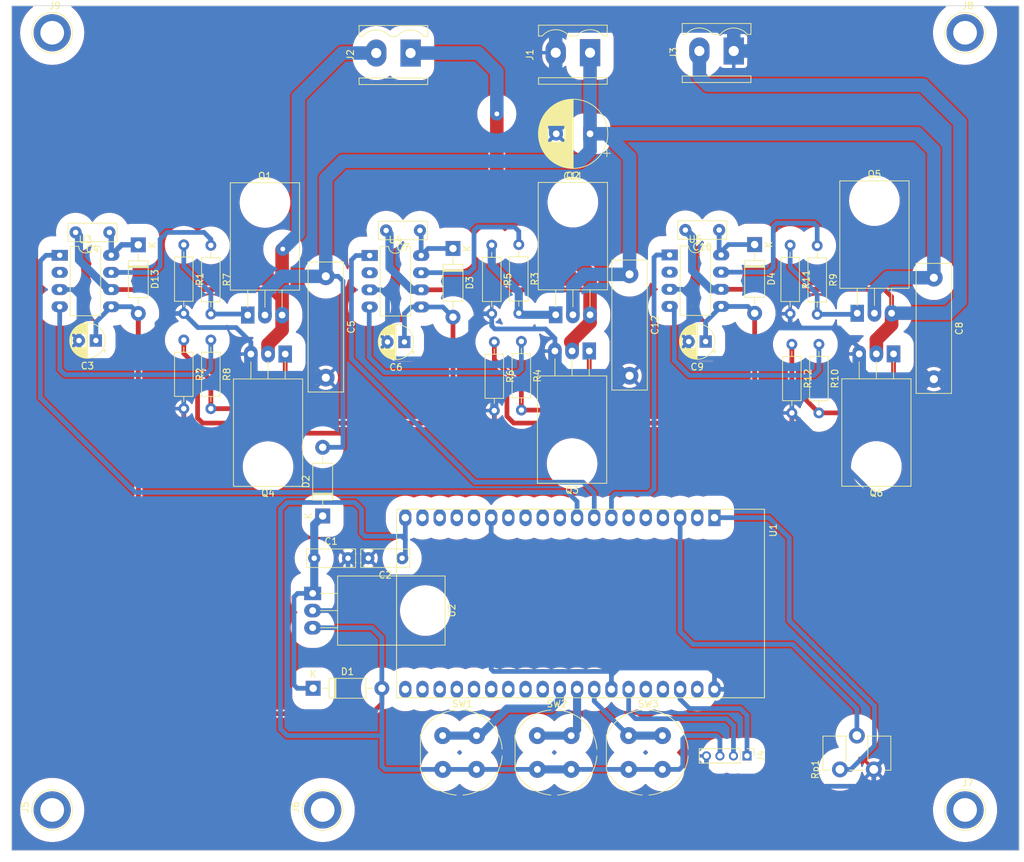
<source format=kicad_pcb>
(kicad_pcb (version 20221018) (generator pcbnew)
  (layers (0 "F.Cu" signal) (31 "B.Cu" signal) (34 "B.Paste" user) (35 "F.Paste" user) (36 "B.SilkS" user "B.Silkscreen") (37 "F.SilkS" user "F.Silkscreen") (38 "B.Mask" user) (39 "F.Mask" user) (44 "Edge.Cuts" user))
  (net 0 "")
  (net 1 "Net-(D1-K)")
  (net 2 "GND")
  (net 3 "+5V")
  (net 4 "+12V")
  (net 5 "Net-(D3-K)")
  (net 6 "Transistor1")
  (net 7 "Net-(D4-K)")
  (net 8 "Transistor4")
  (net 9 "Transistor5")
  (net 10 "Net-(D13-K)")
  (net 11 "Transistor2")
  (net 12 "Transistor3")
  (net 13 "Transistor6")
  (net 14 "PHASE1")
  (net 15 "PHASE2")
  (net 16 "PHASE3")
  (net 17 "+3.3V")
  (net 18 "POTAR")
  (net 37 "Net-(Q1-G)")
  (net 38 "Net-(Q2-G)")
  (net 39 "Net-(Q3-G)")
  (net 40 "Net-(Q4-G)")
  (net 41 "Net-(Q5-G)")
  (net 42 "Net-(Q6-G)")
  (net 43 "Net-(U4-HO)")
  (net 44 "Net-(U4-LO)")
  (net 45 "Net-(U3-HO)")
  (net 46 "Net-(U3-LO)")
  (net 47 "Net-(U5-HO)")
  (net 48 "Net-(U5-LO)")
  (net 55 "SCL")
  (net 56 "SDA")
  (net 57 "BP1")
  (net 58 "BP2")
  (net 59 "BP3")
  (footprint "Diode_THT:D_DO-41_SOD81_P10.16mm_Horizontal" (layer "F.Cu") (at 74.73 47.38 -90)
    (fp_text reference "D13")
    (fp_text value "1N400X")
  )
  (footprint "FootprintGamelGe2_v6:Mounting_Screw_3mm" (layer "F.Cu") (at 197 16)
    (fp_text reference "J8")
    (fp_text value "Mounting_Screw_3mm")
  )
  (footprint "FootprintGamelGe2_v6:SW_PUSH_5mm_green" (layer "F.Cu") (at 133.75 120)
    (fp_text reference "SW2")
    (fp_text value "SW_Push_green")
  )
  (footprint "Diode_THT:D_DO-41_SOD81_P10.16mm_Horizontal" (layer "F.Cu") (at 102 87.5 90)
    (fp_text reference "D2")
    (fp_text value "1N400X")
  )
  (footprint "Diode_THT:D_DO-41_SOD81_P10.16mm_Horizontal" (layer "F.Cu") (at 121.27 47.92 -90)
    (fp_text reference "D3")
    (fp_text value "1N400X")
  )
  (footprint "FootprintGamelGe2_v6:R_Axial_DIN0207_L6.3mm_D2.5mm_P10.16mm_Horizontal" (layer "F.Cu") (at 81.46 47.38 -90)
    (fp_text reference "R1")
    (fp_text value "10k")
  )
  (footprint "lib_esp32:MODULE_ESP32-DEVKITC-32D" (layer "F.Cu") (at 140.18 100.45 -90)
    (fp_text reference "U1")
    (fp_text value "ESP32-DEVKITC-32D")
  )
  (footprint "FootprintGamelGe2_v6:CP_Radial_D5.0mm_P2.50mm" (layer "F.Cu") (at 158.632323 61.69 180)
    (fp_text reference "C9")
    (fp_text value "1000pF")
  )
  (footprint "FootprintGamelGe2_v6:R_Axial_DIN0207_L6.3mm_D2.5mm_P10.16mm_Horizontal" (layer "F.Cu") (at 175.132323 47.5 -90)
    (fp_text reference "R9")
    (fp_text value "470")
  )
  (footprint "FootprintGamelGe2_v6:OmnimateSL-5,08_1x02_P5.08mm_Vertical" (layer "F.Cu") (at 115 19 180)
    (fp_text reference "J2")
    (fp_text value "Omnimate2")
  )
  (footprint "FootprintGamelGe2_v6:C_Rect_L19.0mm_W5.0mm_P15.00mm" (layer "F.Cu") (at 102.46 52.04 -90)
    (fp_text reference "C5")
    (fp_text value "C")
  )
  (footprint "FootprintGamelGe2_v6:DIP-8_W7.62mm_LongPads" (layer "F.Cu") (at 153.307323 48.88)
    (fp_text reference "U5")
    (fp_text value "IR2184")
  )
  (footprint "Connector_PinHeader_2.00mm:PinHeader_1x04_P2.00mm_Vertical" (layer "F.Cu") (at 164.75 123 -90)
    (fp_text reference "J4")
    (fp_text value "Autocom4")
  )
  (footprint "FootprintGamelGe2_v6:R_Axial_DIN0207_L6.3mm_D2.5mm_P10.16mm_Horizontal" (layer "F.Cu") (at 171.382323 62.09 -90)
    (fp_text reference "R12")
    (fp_text value "10k")
  )
  (footprint "FootprintGamelGe2_v6:Mounting_Screw_3mm" (layer "F.Cu") (at 62 131 90)
    (fp_text reference "J5")
    (fp_text value "Mounting_Screw_3mm")
  )
  (footprint "FootprintGamelGe2_v6:R_Axial_DIN0207_L6.3mm_D2.5mm_P10.16mm_Horizontal" (layer "F.Cu") (at 131 47.34 -90)
    (fp_text reference "R3")
    (fp_text value "470")
  )
  (footprint "FootprintGamelGe2_v6:R_Axial_DIN0207_L6.3mm_D2.5mm_P10.16mm_Horizontal" (layer "F.Cu") (at 85.46 61.46 -90)
    (fp_text reference "R8")
    (fp_text value "470")
  )
  (footprint "FootprintGamelGe2_v6:CP_Radial_D5.0mm_P2.50mm" (layer "F.Cu") (at 114.087436 61.75 180)
    (fp_text reference "C6")
    (fp_text value "1000pF")
  )
  (footprint "FootprintGamelGe2_v6:DIP-8_W7.62mm_LongPads" (layer "F.Cu") (at 63.11 48.92)
    (fp_text reference "U3")
    (fp_text value "IR2184")
  )
  (footprint "FootprintGamelGe2_v6:CP_Radial_D10.0mm_P5.00mm" (layer "F.Cu") (at 141.54 30.95 180)
    (fp_text reference "C11")
    (fp_text value "1000pF")
  )
  (footprint "FootprintGamelGe2_v6:TO-220-3_Horizontal_TabDown" (layer "F.Cu") (at 96.46 63.54 180)
    (fp_text reference "Q4")
    (fp_text value "IRL510")
  )
  (footprint "Potentiometer_THT:Potentiometer_ACP_CA9-H5_Horizontal" (layer "F.Cu") (at 178.5 125 90)
    (fp_text reference "Rp1")
    (fp_text value "Rpot")
  )
  (footprint "FootprintGamelGe2_v6:Mounting_Screw_3mm" (layer "F.Cu") (at 197 131)
    (fp_text reference "J7")
    (fp_text value "Mounting_Screw_3mm")
  )
  (footprint "FootprintGamelGe2_v6:C_Rect_L19.0mm_W5.0mm_P15.00mm" (layer "F.Cu") (at 192.382323 52.25 -90)
    (fp_text reference "C8")
    (fp_text value "C")
  )
  (footprint "FootprintGamelGe2_v6:OmnimateSL-5,08_1x02_P5.08mm_Vertical" (layer "F.Cu") (at 141.54 18.95 180)
    (fp_text reference "J1")
    (fp_text value "Omnimate2")
  )
  (footprint "FootprintGamelGe2_v6:C_Rect_L7.0mm_W2.5mm_P5.00mm" (layer "F.Cu") (at 113.75 93.75 180)
    (fp_text reference "C2")
    (fp_text value "C")
  )
  (footprint "Diode_THT:D_DO-41_SOD81_P10.16mm_Horizontal" (layer "F.Cu") (at 165.882323 47.34 -90)
    (fp_text reference "D4")
    (fp_text value "1N400X")
  )
  (footprint "FootprintGamelGe2_v6:R_Axial_DIN0207_L6.3mm_D2.5mm_P10.16mm_Horizontal" (layer "F.Cu") (at 85.46 47.46 -90)
    (fp_text reference "R7")
    (fp_text value "470")
  )
  (footprint "FootprintGamelGe2_v6:C_Rect_L7.0mm_W2.5mm_P5.00mm" (layer "F.Cu") (at 116.382323 45.25 180)
    (fp_text reference "C7")
    (fp_text value "C")
  )
  (footprint "FootprintGamelGe2_v6:R_Axial_DIN0207_L6.3mm_D2.5mm_P10.16mm_Horizontal" (layer "F.Cu") (at 131.382323 61.67 -90)
    (fp_text reference "R4")
    (fp_text value "470")
  )
  (footprint "FootprintGamelGe2_v6:R_Axial_DIN0207_L6.3mm_D2.5mm_P10.16mm_Horizontal" (layer "F.Cu") (at 81.46 61.46 -90)
    (fp_text reference "R2")
    (fp_text value "10k")
  )
  (footprint "FootprintGamelGe2_v6:TO-220-3_Horizontal_TabDown" (layer "F.Cu") (at 90.92 57.77)
    (fp_text reference "Q1")
    (fp_text value "IRL510")
  )
  (footprint "FootprintGamelGe2_v6:TO-220-3_Horizontal_TabDown" (layer "F.Cu") (at 141.422323 63.09 180)
    (fp_text reference "Q3")
    (fp_text value "IRL510")
  )
  (footprint "FootprintGamelGe2_v6:TO-220-3_Horizontal_TabDown" (layer "F.Cu") (at 100.52 98.96 -90)
    (fp_text reference "U2")
    (fp_text value "LM7805_TO220")
  )
  (footprint "FootprintGamelGe2_v6:Mounting_Screw_3mm" (layer "F.Cu") (at 102 131 90)
    (fp_text reference "J6")
    (fp_text value "Mounting_Screw_3mm")
  )
  (footprint "FootprintGamelGe2_v6:R_Axial_DIN0207_L6.3mm_D2.5mm_P10.16mm_Horizontal" (layer "F.Cu") (at 127 47.42 -90)
    (fp_text reference "R5")
    (fp_text value "10k")
  )
  (footprint "FootprintGamelGe2_v6:CP_Radial_D5.0mm_P2.50mm" (layer "F.Cu") (at 68.46 61.54 180)
    (fp_text reference "C3")
    (fp_text value "1000pF")
  )
  (footprint "Diode_THT:D_DO-41_SOD81_P10.16mm_Horizontal" (layer "F.Cu") (at 100.59 113)
    (fp_text reference "D1")
    (fp_text value "1N400X")
  )
  (footprint "FootprintGamelGe2_v6:DIP-8_W7.62mm_LongPads" (layer "F.Cu") (at 108.945 48.96)
    (fp_text reference "U4")
    (fp_text value "IR2184")
  )
  (footprint "FootprintGamelGe2_v6:C_Rect_L7.0mm_W2.5mm_P5.00mm" (layer "F.Cu") (at 160.632323 45.19 180)
    (fp_text reference "C10")
    (fp_text value "C")
  )
  (footprint "FootprintGamelGe2_v6:SW_PUSH_5mm_red" (layer "F.Cu") (at 147.25 120)
    (fp_text reference "SW3")
    (fp_text value "SW_Push_red")
  )
  (footprint "FootprintGamelGe2_v6:C_Rect_L7.0mm_W2.5mm_P5.00mm" (layer "F.Cu") (at 70.46 45.54 180)
    (fp_text reference "C4")
    (fp_text value "1µ")
  )
  (footprint "FootprintGamelGe2_v6:OmnimateSL-5,08_1x02_P5.08mm_Vertical" (layer "F.Cu") (at 162.79 18.7 180)
    (fp_text reference "J3")
    (fp_text value "Omnimate2")
  )
  (footprint "FootprintGamelGe2_v6:TO-220-3_Horizontal_TabDown" (layer "F.Cu") (at 186.422323 63.52 180)
    (fp_text reference "Q6")
    (fp_text value "IRL510")
  )
  (footprint "FootprintGamelGe2_v6:SW_PUSH_5mm_blue" (layer "F.Cu") (at 119.75 120)
    (fp_text reference "SW1")
    (fp_text value "SW_Push_blue")
  )
  (footprint "FootprintGamelGe2_v6:C_Rect_L19.0mm_W5.0mm_P15.00mm" (layer "F.Cu") (at 147.382323 51.75 -90)
    (fp_text reference "C12")
    (fp_text value "C")
  )
  (footprint "FootprintGamelGe2_v6:R_Axial_DIN0207_L6.3mm_D2.5mm_P10.16mm_Horizontal" (layer "F.Cu") (at 127.382323 61.75 -90)
    (fp_text reference "R6")
    (fp_text value "10k")
  )
  (footprint "FootprintGamelGe2_v6:R_Axial_DIN0207_L6.3mm_D2.5mm_P10.16mm_Horizontal" (layer "F.Cu") (at 171.132323 47.42 -90)
    (fp_text reference "R11")
    (fp_text value "10k")
  )
  (footprint "FootprintGamelGe2_v6:C_Rect_L7.0mm_W2.5mm_P5.00mm" (layer "F.Cu") (at 100.75 93.75)
    (fp_text reference "C1")
    (fp_text value "C")
  )
  (footprint "FootprintGamelGe2_v6:R_Axial_DIN0207_L6.3mm_D2.5mm_P10.16mm_Horizontal" (layer "F.Cu") (at 175.382323 62.09 -90)
    (fp_text reference "R10")
    (fp_text value "470")
  )
  (footprint "FootprintGamelGe2_v6:TO-220-3_Horizontal_TabDown" (layer "F.Cu") (at 181.052323 57.5)
    (fp_text reference "Q5")
    (fp_text value "IRL510")
  )
  (footprint "FootprintGamelGe2_v6:TO-220-3_Horizontal_TabDown" (layer "F.Cu") (at 136.46 57.73)
    (fp_text reference "Q2")
    (fp_text value "IRL510")
  )
  (footprint "FootprintGamelGe2_v6:Mounting_Screw_3mm" (layer "F.Cu") (at 62 16)
    (fp_text reference "J9")
    (fp_text value "Mounting_Screw_3mm")
  )
  (gr_rect (start 56 12) (end 205 137) (stroke (width 0.1)) (fill none) (layer "Edge.Cuts"))
  (gr_text "EL KATTOUFI Youssef\n" (at 67.9 20.4) (layer "F.Cu") (effects (font (size 1.5 1.5) (thickness 0.3) bold) (justify left bottom)))
  (segment (start 102 87.5) (end 101.5 87.5) (width 1.2) (layer "B.Cu") (net 1))
  (segment (start 100.75 93.75) (end 100.75 88.75) (width 1.2) (layer "B.Cu") (net 1))
  (segment (start 97.75 99.5) (end 97.75 112.5) (width 0.7) (layer "B.Cu") (net 1))
  (segment (start 98.29 98.96) (end 97.75 99.5) (width 0.7) (layer "B.Cu") (net 1))
  (segment (start 97.75 112.5) (end 98.25 113) (width 0.7) (layer "B.Cu") (net 1))
  (segment (start 100.75 88.75) (end 102 87.5) (width 1.2) (layer "B.Cu") (net 1))
  (segment (start 100.75 93.75) (end 100.75 98.73) (width 1.2) (layer "B.Cu") (net 1))
  (segment (start 100.75 98.73) (end 100.52 98.96) (width 1.2) (layer "B.Cu") (net 1))
  (segment (start 100.52 98.96) (end 98.29 98.96) (width 0.7) (layer "B.Cu") (net 1))
  (segment (start 98.25 113) (end 100.59 113) (width 0.7) (layer "B.Cu") (net 1))
  (segment (start 125.85 75.25) (end 126.7 74.4) (width 0.7) (layer "F.Cu") (net 2))
  (segment (start 170.15 75.25) (end 171.382323 74.017677) (width 0.7) (layer "F.Cu") (net 2))
  (segment (start 81.46 73.36) (end 83.35 75.25) (width 0.7) (layer "F.Cu") (net 2))
  (segment (start 125.85 75.25) (end 170.15 75.25) (width 0.7) (layer "F.Cu") (net 2))
  (segment (start 171.382323 74.017677) (end 171.382323 72.25) (width 0.7) (layer "F.Cu") (net 2))
  (segment (start 81.46 71.62) (end 81.46 73.36) (width 0.7) (layer "F.Cu") (net 2))
  (segment (start 126.7 74.4) (end 127.382323 73.717677) (width 0.7) (layer "F.Cu") (net 2))
  (segment (start 127.382323 73.717677) (end 127.382323 71.91) (width 0.7) (layer "F.Cu") (net 2))
  (segment (start 83.35 75.25) (end 125.85 75.25) (width 0.7) (layer "F.Cu") (net 2))
  (segment (start 78.96 57.54) (end 81.46 57.54) (width 0.7) (layer "B.Cu") (net 2))
  (segment (start 111.587436 61.75) (end 111.587436 62.955113) (width 0.7) (layer "B.Cu") (net 2))
  (segment (start 91.38 62.96) (end 91.38 63.54) (width 1.2) (layer "B.Cu") (net 2))
  (segment (start 145.25 110.5) (end 144.7 111.05) (width 0.7) (layer "B.Cu") (net 2))
  (segment (start 156.132323 63.69) (end 156.632323 64.19) (width 0.7) (layer "B.Cu") (net 2))
  (segment (start 172.632323 59.69) (end 178.382323 59.69) (width 0.7) (layer "B.Cu") (net 2))
  (segment (start 158.75 123) (end 158.75 125) (width 0.7) (layer "B.Cu") (net 2))
  (segment (start 190.7 18.7) (end 201.5 29.5) (width 2) (layer "B.Cu") (net 2))
  (segment (start 90.46 68.54) (end 91.96 67.04) (width 0.7) (layer "B.Cu") (net 2))
  (segment (start 65 54) (end 65.96 54.96) (width 0.7) (layer "B.Cu") (net 2))
  (segment (start 171.132323 59.19) (end 171.632323 59.69) (width 0.7) (layer "B.Cu") (net 2))
  (segment (start 158.75 125) (end 159.75 126) (width 0.7) (layer "B.Cu") (net 2))
  (segment (start 178.882323 69.75) (end 181.852323 66.78) (width 0.7) (layer "B.Cu") (net 2))
  (segment (start 183.5 125) (end 183.496841 125) (width 0.7) (layer "B.Cu") (net 2))
  (segment (start 181.342323 62.65) (end 181.342323 63.52) (width 0.7) (layer "B.Cu") (net 2))
  (segment (start 106.25 96.5) (end 105.75 96) (width 0.7) (layer "B.Cu") (net 2))
  (segment (start 91.96 67.04) (end 91.38 66.46) (width 2) (layer "B.Cu") (net 2))
  (segment (start 77.5 64.5) (end 77.5 59) (width 0.7) (layer "B.Cu") (net 2))
  (segment (start 159.25 110) (end 145.75 110) (width 0.7) (layer "B.Cu") (net 2))
  (segment (start 91.96 67.04) (end 102.46 67.04) (width 2) (layer "B.Cu") (net 2))
  (segment (start 128.382323 68.25) (end 136.382323 68.25) (width 1.2) (layer "B.Cu") (net 2))
  (segment (start 178.382323 59.69) (end 181.342323 62.65) (width 0.7) (layer "B.Cu") (net 2))
  (segment (start 127.25 110.5) (end 144.4 110.5) (width 0.7) (layer "B.Cu") (net 2))
  (segment (start 91.38 61.78) (end 91.38 63.54) (width 0.7) (layer "B.Cu") (net 2))
  (segment (start 185 123.496841) (end 185 85.867677) (width 0.7) (layer "B.Cu") (net 2))
  (segment (start 181.852323 66.78) (end 181.342323 66.27) (width 2) (layer "B.Cu") (net 2))
  (segment (start 168.632323 59.69) (end 172.632323 59.69) (width 0.7) (layer "B.Cu") (net 2))
  (segment (start 136.46 18.95) (end 136.46 16.29) (width 2) (layer "B.Cu") (net 2))
  (segment (start 155.152323 53.96) (end 153.307323 53.96) (width 0.7) (layer "B.Cu") (net 2))
  (segment (start 123.882323 58.75) (end 125.052323 57.58) (width 0.7) (layer "B.Cu") (net 2))
  (segment (start 127 57.58) (end 127 59.367677) (width 0.7) (layer "B.Cu") (net 2))
  (segment (start 111.587436 54.955113) (end 111.587436 61.75) (width 0.7) (layer "B.Cu") (net 2))
  (segment (start 191 67.25) (end 182.322323 67.25) (width 2) (layer "B.Cu") (net 2))
  (segment (start 81.46 71.62) (end 81.46 69.54) (width 0.7) (layer "B.Cu") (net 2))
  (segment (start 83.54 59.62) (end 89.22 59.62) (width 0.7) (layer "B.Cu") (net 2))
  (segment (start 108.75 93.75) (end 105.75 93.75) (width 1.2) (layer "B.Cu") (net 2))
  (segment (start 123.382323 64.25) (end 123.882323 63.75) (width 0.7) (layer "B.Cu") (net 2))
  (segment (start 168.25 113.5) (end 167.9 113.15) (width 0.7) (layer "B.Cu") (net 2))
  (segment (start 181.342323 66.27) (end 181.342323 63.52) (width 2) (layer "B.Cu") (net 2))
  (segment (start 201.5 65.5) (end 199.75 67.25) (width 2) (layer "B.Cu") (net 2))
  (segment (start 156.132323 61.69) (end 156.132323 54.94) (width 0.7) (layer "B.Cu") (net 2))
  (segment (start 127.462323 59.83) (end 134.962323 59.83) (width 0.7) (layer "B.Cu") (net 2))
  (segment (start 159.94 113.15) (end 159.94 110.69) (width 0.7) (layer "B.Cu") (net 2))
  (segment (start 171.382323 70.25) (end 171.882323 69.75) (width 0.7) (layer "B.Cu") (net 2))
  (segment (start 137.75 15) (end 162 15) (width 2) (layer "B.Cu") (net 2))
  (segment (start 136.46 18.95) (end 136.46 30.87) (width 2) (layer "B.Cu") (net 2))
  (segment (start 66.5 64.5) (end 77.5 64.5) (width 0.7) (layer "B.Cu") (net 2))
  (segment (start 126.92 87.75) (end 126.92 97) (width 0.7) (layer "B.Cu") (net 2))
  (segment (start 159.94 110.69) (end 159.25 110) (width 0.7) (layer "B.Cu") (net 2))
  (segment (start 173 127.5) (end 183 127.5) (width 0.7) (layer "B.Cu") (net 2))
  (segment (start 159.75 126) (end 168 126) (width 0.7) (layer "B.Cu") (net 2))
  (segment (start 183.5 127) (end 183.5 125) (width 0.7) (layer "B.Cu") (net 2))
  (segment (start 144.4 110.5) (end 145.25 110.5) (width 0.7) (layer "B.Cu") (net 2))
  (segment (start 156.632323 64.19) (end 167.132323 64.19) (width 0.7) (layer "B.Cu") (net 2))
  (segment (start 126.92 110.17) (end 127.25 110.5) (width 0.7) (layer "B.Cu") (net 2))
  (segment (start 136.46 16.29) (end 137.75 15) (width 2) (layer "B.Cu") (net 2))
  (segment (start 171.5 126) (end 173 127.5) (width 0.7) (layer "B.Cu") (net 2))
  (segment (start 81.46 69.54) (end 82.46 68.54) (width 0.7) (layer "B.Cu") (net 2))
  (segment (start 112.882323 64.25) (end 123.382323 64.25) (width 0.7) (layer "B.Cu") (net 2))
  (segment (start 167.632323 63.69) (end 167.632323 60.69) (width 0.7) (layer "B.Cu") (net 2))
  (segment (start 134.962323 59.83) (end 136.342323 61.21) (width 0.7) (layer "B.Cu") (net 2))
  (segment (start 167.9 113.15) (end 159.94 113.15) (width 0.7) (layer "B.Cu") (net 2))
  (segment (start 168 126) (end 171.5 126) (width 0.7) (layer "B.Cu") (net 2))
  (segment (start 127 59.367677) (end 127.462323 59.83) (width 0.7) (layer "B.Cu") (net 2))
  (segment (start 81.46 57.54) (end 83.54 59.62) (width 0.7) (layer "B.Cu") (net 2))
  (segment (start 167.132323 64.19) (end 167.632323 63.69) (width 0.7) (layer "B.Cu") (net 2))
  (segment (start 82.46 68.54) (end 90.46 68.54) (width 0.7) (layer "B.Cu") (net 2))
  (segment (start 171.882323 69.75) (end 178.882323 69.75) (width 0.7) (layer "B.Cu") (net 2))
  (segment (start 136.342323 61.21) (end 136.342323 63.09) (width 0.7) (layer "B.Cu") (net 2))
  (segment (start 125.052323 57.58) (end 127 57.58) (width 0.7) (layer "B.Cu") (net 2))
  (segment (start 136.342323 65.21) (end 136.342323 63.09) (width 2) (layer "B.Cu") (net 2))
  (segment (start 192.382323 67.25) (end 191 67.25) (width 2) (layer "B.Cu") (net 2))
  (segment (start 137.132323 67.5) (end 137.132323 66) (width 1.2) (layer "B.Cu") (net 2))
  (segment (start 126.42 96.5) (end 130.4 96.5) (width 0.7) (layer "B.Cu") (net 2))
  (segment (start 105.75 93.75) (end 105.75 96) (width 0.7) (layer "B.Cu") (net 2))
  (segment (start 147.382323 66.75) (end 137.882323 66.75) (width 2) (layer "B.Cu") (net 2))
  (segment (start 183.496841 125) (end 185 123.496841) (width 0.7) (layer "B.Cu") (net 2))
  (segment (start 156.132323 54.94) (end 155.152323 53.96) (width 0.7) (layer "B.Cu") (net 2))
  (segment (start 162.79 15.79) (end 162.79 18.7) (width 2) (layer "B.Cu") (net 2))
  (segment (start 168 126) (end 168.25 125.75) (width 0.7) (layer "B.Cu") (net 2))
  (segment (start 162.79 18.7) (end 190.7 18.7) (width 2) (layer "B.Cu") (net 2))
  (segment (start 89.22 59.62) (end 91.38 61.78) (width 0.7) (layer "B.Cu") (net 2))
  (segment (start 77.5 59) (end 78.96 57.54) (width 0.7) (layer "B.Cu") (net 2))
  (segment (start 201.5 29.5) (end 201.5 65.5) (width 2) (layer "B.Cu") (net 2))
  (segment (start 105.75 96) (end 105.75 101) (width 0.7) (layer "B.Cu") (net 2))
  (segment (start 63.11 54) (end 65 54) (width 0.7) (layer "B.Cu") (net 2))
  (segment (start 105.75 101) (end 105.25 101.5) (width 0.7) (layer "B.Cu") (net 2))
  (segment (start 126.92 97) (end 126.42 96.5) (width 0.7) (layer "B.Cu") (net 2))
  (segment (start 182.322323 67.25) (end 181.852323 66.78) (width 2) (layer "B.Cu") (net 2))
  (segment (start 136.46 30.87) (end 136.54 30.95) (width 2) (layer "B.Cu") (net 2))
  (segment (start 126.42 96.5) (end 106.25 96.5) (width 0.7) (layer "B.Cu") (net 2))
  (segment (start 183 127.5) (end 183.5 127) (width 0.7) (layer "B.Cu") (net 2))
  (segment (start 144.7 111.05) (end 144.7 113.15) (width 0.7) (layer "B.Cu") (net 2))
  (segment (start 130.4 96.5) (end 144.4 110.5) (width 0.7) (layer "B.Cu") (net 2))
  (segment (start 136.382323 68.25) (end 137.132323 67.5) (width 1.2) (layer "B.Cu") (net 2))
  (segment (start 123.882323 63.75) (end 123.882323 58.75) (width 0.7) (layer "B.Cu") (net 2))
  (segment (start 65.96 63.96) (end 66.5 64.5) (width 0.7) (layer "B.Cu") (net 2))
  (segment (start 171.382323 72.25) (end 171.382323 70.25) (width 0.7) (layer "B.Cu") (net 2))
  (segment (start 171.132323 57.58) (end 171.132323 59.19) (width 0.7) (layer "B.Cu") (net 2))
  (segment (start 162 15) (end 162.79 15.79) (width 2) (layer "B.Cu") (net 2))
  (segment (start 105.25 101.5) (end 100.52 101.5) (width 0.7) (layer "B.Cu") (net 2))
  (segment (start 185 85.867677) (end 171.382323 72.25) (width 0.7) (layer "B.Cu") (net 2))
  (segment (start 137.882323 66.75) (end 137.132323 66) (width 2) (layer "B.Cu") (net 2))
  (segment (start 110.672323 54.04) (end 111.587436 54.955113) (width 0.7) (layer "B.Cu") (net 2))
  (segment (start 137.132323 66) (end 136.342323 65.21) (width 2) (layer "B.Cu") (net 2))
  (segment (start 127.382323 69.25) (end 127.382323 71.91) (width 1.2) (layer "B.Cu") (net 2))
  (segment (start 126.92 97) (end 126.92 110.17) (width 0.7) (layer "B.Cu") (net 2))
  (segment (start 171.632323 59.69) (end 172.632323 59.69) (width 0.7) (layer "B.Cu") (net 2))
  (segment (start 167.632323 60.69) (end 168.632323 59.69) (width 0.7) (layer "B.Cu") (net 2))
  (segment (start 168.25 125.75) (end 168.25 113.5) (width 0.7) (layer "B.Cu") (net 2))
  (segment (start 156.132323 61.69) (end 156.132323 63.69) (width 0.7) (layer "B.Cu") (net 2))
  (segment (start 127.382323 69.25) (end 128.382323 68.25) (width 1.2) (layer "B.Cu") (net 2))
  (segment (start 108.945 54.04) (end 110.672323 54.04) (width 0.7) (layer "B.Cu") (net 2))
  (segment (start 145.75 110) (end 145.25 110.5) (width 0.7) (layer "B.Cu") (net 2))
  (segment (start 199.75 67.25) (end 191 67.25) (width 2) (layer "B.Cu") (net 2))
  (segment (start 65.96 61.54) (end 65.96 63.96) (width 0.7) (layer "B.Cu") (net 2))
  (segment (start 111.587436 62.955113) (end 112.882323 64.25) (width 0.7) (layer "B.Cu") (net 2))
  (segment (start 65.96 54.96) (end 65.96 61.54) (width 0.7) (layer "B.Cu") (net 2))
  (segment (start 91.38 66.46) (end 91.38 63.54) (width 2) (layer "B.Cu") (net 2))
  (segment (start 121.27 73.23) (end 120.75 73.75) (width 0.7) (layer "F.Cu") (net 3))
  (segment (start 129.25 72.75) (end 130.25 73.75) (width 0.7) (layer "F.Cu") (net 3))
  (segment (start 76.75 116.75) (end 109.25 116.75) (width 0.7) (layer "F.Cu") (net 3))
  (segment (start 110.75 115.25) (end 110.75 113) (width 0.7) (layer "F.Cu") (net 3))
  (segment (start 121.27 58.08) (end 121.27 68.25) (width 0.7) (layer "F.Cu") (net 3))
  (segment (start 128.75 68.25) (end 129.25 68.75) (width 0.7) (layer "F.Cu") (net 3))
  (segment (start 83.5 68.75) (end 82.652792 67.902792) (width 0.7) (layer "F.Cu") (net 3))
  (segment (start 84.25 73.75) (end 83.5 73) (width 0.7) (layer "F.Cu") (net 3))
  (segment (start 121.27 68.25) (end 121.27 73.23) (width 0.7) (layer "F.Cu") (net 3))
  (segment (start 165.882323 72.117677) (end 165.882323 57.5) (width 0.7) (layer "F.Cu") (net 3))
  (segment (start 74.73 57.54) (end 74.73 67.902792) (width 0.7) (layer "F.Cu") (net 3))
  (segment (start 130.25 73.75) (end 164.25 73.75) (width 0.7) (layer "F.Cu") (net 3))
  (segment (start 120.75 73.75) (end 84.25 73.75) (width 0.7) (layer "F.Cu") (net 3))
  (segment (start 74.75 67.922792) (end 74.75 114.75) (width 0.7) (layer "F.Cu") (net 3))
  (segment (start 74.73 62.910101) (end 74.73 57.54) (width 0.7) (layer "F.Cu") (net 3))
  (segment (start 164.25 73.75) (end 165.882323 72.117677) (width 0.7) (layer "F.Cu") (net 3))
  (segment (start 129.25 68.75) (end 129.25 72.75) (width 0.7) (layer "F.Cu") (net 3))
  (segment (start 82.652792 67.902792) (end 74.73 67.902792) (width 0.7) (layer "F.Cu") (net 3))
  (segment (start 109.25 116.75) (end 110.75 115.25) (width 0.7) (layer "F.Cu") (net 3))
  (segment (start 74.73 67.902792) (end 74.75 67.922792) (width 0.7) (layer "F.Cu") (net 3))
  (segment (start 83.5 73) (end 83.5 68.75) (width 0.7) (layer "F.Cu") (net 3))
  (segment (start 74.75 114.75) (end 76.75 116.75) (width 0.7) (layer "F.Cu") (net 3))
  (segment (start 121.27 68.25) (end 128.75 68.25) (width 0.7) (layer "F.Cu") (net 3))
  (segment (start 95.75 119) (end 95.75 86.5) (width 0.7) (layer "B.Cu") (net 3))
  (segment (start 160.75 123) (end 160.75 120.5) (width 0.7) (layer "B.Cu") (net 3))
  (segment (start 114.087436 57.544887) (end 115.052323 56.58) (width 0.7) (layer "B.Cu") (net 3))
  (segment (start 96.75 120) (end 95.75 119) (width 0.7) (layer "B.Cu") (net 3))
  (segment (start 73.73 56.54) (end 74.73 57.54) (width 0.7) (layer "B.Cu") (net 3))
  (segment (start 114.22 87.75) (end 114.22 91) (width 0.7) (layer "B.Cu") (net 3))
  (segment (start 110.75 124.5) (end 111.25 125) (width 0.7) (layer "B.Cu") (net 3))
  (segment (start 114.22 93.28) (end 113.75 93.75) (width 0.7) (layer "B.Cu") (net 3))
  (segment (start 155.75 120) (end 155.25 120.5) (width 0.7) (layer "B.Cu") (net 3))
  (segment (start 158.632323 58.795) (end 160.927323 56.5) (width 0.7) (layer "B.Cu") (net 3))
  (segment (start 109.29 104.04) (end 110.75 105.5) (width 0.7) (layer "B.Cu") (net 3))
  (segment (start 160.75 120.5) (end 160.25 120) (width 0.7) (layer "B.Cu") (net 3))
  (segment (start 95.75 86.5) (end 96.75 85.5) (width 0.7) (layer "B.Cu") (net 3))
  (segment (start 152.25 125) (end 119.75 125) (width 0.7) (layer "B.Cu") (net 3))
  (segment (start 160.927323 56.5) (end 164.882323 56.5) (width 0.7) (layer "B.Cu") (net 3))
  (segment (start 107.75 86.5) (end 107.75 90) (width 0.7) (layer "B.Cu") (net 3))
  (segment (start 158.632323 61.69) (end 158.632323 58.795) (width 0.7) (layer "B.Cu") (net 3))
  (segment (start 110.75 120) (end 96.75 120) (width 0.7) (layer "B.Cu") (net 3))
  (segment (start 108.25 90.5) (end 113.72 90.5) (width 0.7) (layer "B.Cu") (net 3))
  (segment (start 155.25 124.5) (end 154.75 125) (width 0.7) (layer "B.Cu") (net 3))
  (segment (start 68.46 58.81) (end 70.73 56.54) (width 0.7) (layer "B.Cu") (net 3))
  (segment (start 116.565 56.58) (end 119.77 56.58) (width 0.7) (layer "B.Cu") (net 3))
  (segment (start 113.72 90.5) (end 114.22 91) (width 0.7) (layer "B.Cu") (net 3))
  (segment (start 114.22 91) (end 114.22 93.28) (width 0.7) (layer "B.Cu") (net 3))
  (segment (start 119.77 56.58) (end 121.27 58.08) (width 0.7) (layer "B.Cu") (net 3))
  (segment (start 107.75 90) (end 108.25 90.5) (width 0.7) (layer "B.Cu") (net 3))
  (segment (start 138.75 125) (end 133.75 125) (width 1.2) (layer "B.Cu") (net 3))
  (segment (start 114.087436 61.75) (end 114.087436 57.544887) (width 0.7) (layer "B.Cu") (net 3))
  (segment (start 100.52 104.04) (end 109.29 104.04) (width 0.7) (layer "B.Cu") (net 3))
  (segment (start 68.46 61.54) (end 68.46 58.81) (width 0.7) (layer "B.Cu") (net 3))
  (segment (start 111.25 125) (end 119.75 125) (width 0.7) (layer "B.Cu") (net 3))
  (segment (start 110.75 105.5) (end 110.75 113) (width 0.7) (layer "B.Cu") (net 3))
  (segment (start 110.75 113) (end 110.75 120) (width 0.7) (layer "B.Cu") (net 3))
  (segment (start 154.75 125) (end 152.25 125) (width 0.7) (layer "B.Cu") (net 3))
  (segment (start 155.25 120.5) (end 155.25 124.5) (width 0.7) (layer "B.Cu") (net 3))
  (segment (start 164.882323 56.5) (end 165.882323 57.5) (width 0.7) (layer "B.Cu") (net 3))
  (segment (start 96.75 85.5) (end 106.75 85.5) (width 0.7) (layer "B.Cu") (net 3))
  (segment (start 115.052323 56.58) (end 116.565 56.58) (width 0.7) (layer "B.Cu") (net 3))
  (segment (start 110.75 120) (end 110.75 124.5) (width 0.7) (layer "B.Cu") (net 3))
  (segment (start 70.73 56.54) (end 73.73 56.54) (width 0.7) (layer "B.Cu") (net 3))
  (segment (start 106.75 85.5) (end 107.75 86.5) (width 0.7) (layer "B.Cu") (net 3))
  (segment (start 160.25 120) (end 155.75 120) (width 0.7) (layer "B.Cu") (net 3))
  (segment (start 93.46 57.77) (end 93.46 54.52) (width 2) (layer "B.Cu") (net 4))
  (segment (start 102 77.34) (end 105 77.34) (width 0.7) (layer "B.Cu") (net 4))
  (segment (start 189.95 30.95) (end 192.382323 33.382323) (width 2) (layer "B.Cu") (net 4))
  (segment (start 93.46 54.52) (end 95.94 52.04) (width 2) (layer "B.Cu") (net 4))
  (segment (start 102.46 37.54) (end 102.46 52.04) (width 2) (layer "B.Cu") (net 4))
  (segment (start 139 57.73) (end 139 53.5) (width 2) (layer "B.Cu") (net 4))
  (segment (start 95.94 52.04) (end 102.46 52.04) (width 2) (layer "B.Cu") (net 4))
  (segment (start 104.29 52.04) (end 102.46 52.04) (width 0.7) (layer "B.Cu") (net 4))
  (segment (start 140.75 51.75) (end 147.382323 51.75) (width 2) (layer "B.Cu") (net 4))
  (segment (start 105 35) (end 102.46 37.54) (width 2) (layer "B.Cu") (net 4))
  (segment (start 105 77.34) (end 105 52.75) (width 0.7) (layer "B.Cu") (net 4))
  (segment (start 139 53.5) (end 140.75 51.75) (width 2) (layer "B.Cu") (net 4))
  (segment (start 143.95 30.95) (end 147.382323 34.382323) (width 2) (layer "B.Cu") (net 4))
  (segment (start 141.54 33.46) (end 140 35) (width 2) (layer "B.Cu") (net 4))
  (segment (start 183.592323 54.25) (end 185.592323 52.25) (width 2) (layer "B.Cu") (net 4))
  (segment (start 147.382323 34.382323) (end 147.382323 51.75) (width 2) (layer "B.Cu") (net 4))
  (segment (start 192.382323 33.382323) (end 192.382323 52.25) (width 2) (layer "B.Cu") (net 4))
  (segment (start 141.54 30.95) (end 143.95 30.95) (width 2) (layer "B.Cu") (net 4))
  (segment (start 185.592323 52.25) (end 192.382323 52.25) (width 2) (layer "B.Cu") (net 4))
  (segment (start 141.54 18.95) (end 141.54 30.95) (width 2) (layer "B.Cu") (net 4))
  (segment (start 105 52.75) (end 104.29 52.04) (width 0.7) (layer "B.Cu") (net 4))
  (segment (start 183.592323 57.5) (end 183.592323 54.25) (width 2) (layer "B.Cu") (net 4))
  (segment (start 141.54 30.95) (end 141.54 33.46) (width 2) (layer "B.Cu") (net 4))
  (segment (start 140 35) (end 105 35) (width 2) (layer "B.Cu") (net 4))
  (segment (start 143.95 30.95) (end 189.95 30.95) (width 2) (layer "B.Cu") (net 4))
  (segment (start 116.565 48.96) (end 117.605 47.92) (width 0.7) (layer "B.Cu") (net 5))
  (segment (start 116.565 45.432677) (end 116.382323 45.25) (width 0.7) (layer "B.Cu") (net 5))
  (segment (start 116.565 48.96) (end 116.565 45.432677) (width 0.7) (layer "B.Cu") (net 5))
  (segment (start 117.605 47.92) (end 121.27 47.92) (width 0.7) (layer "B.Cu") (net 5))
  (segment (start 60.25 70) (end 60.25 49.75) (width 0.7) (layer "B.Cu") (net 6))
  (segment (start 139.62 87.75) (end 139.62 85.37) (width 0.7) (layer "B.Cu") (net 6))
  (segment (start 74.25 84) (end 60.25 70) (width 0.7) (layer "B.Cu") (net 6))
  (segment (start 60.25 49.75) (end 61.08 48.92) (width 0.7) (layer "B.Cu") (net 6))
  (segment (start 61.08 48.92) (end 63.11 48.92) (width 0.7) (layer "B.Cu") (net 6))
  (segment (start 139.62 85.37) (end 138.25 84) (width 0.7) (layer "B.Cu") (net 6))
  (segment (start 138.25 84) (end 74.25 84) (width 0.7) (layer "B.Cu") (net 6))
  (segment (start 161.982323 47.34) (end 165.882323 47.34) (width 0.7) (layer "B.Cu") (net 7))
  (segment (start 160.927323 48.88) (end 160.927323 48.395) (width 0.7) (layer "B.Cu") (net 7))
  (segment (start 160.632323 45.19) (end 160.632323 48.585) (width 0.7) (layer "B.Cu") (net 7))
  (segment (start 160.927323 48.395) (end 161.982323 47.34) (width 0.7) (layer "B.Cu") (net 7))
  (segment (start 160.632323 48.585) (end 160.927323 48.88) (width 0.7) (layer "B.Cu") (net 7))
  (segment (start 74.73 47.38) (end 72.27 47.38) (width 0.8) (layer "B.Cu") (net 10))
  (segment (start 72.27 47.38) (end 70.73 48.92) (width 0.8) (layer "B.Cu") (net 10))
  (segment (start 70.73 45.81) (end 70.46 45.54) (width 0.8) (layer "B.Cu") (net 10))
  (segment (start 70.73 48.92) (end 70.73 45.81) (width 0.8) (layer "B.Cu") (net 10))
  (segment (start 70.46 48.65) (end 70.73 48.92) (width 0.8) (layer "B.Cu") (net 10))
  (segment (start 106.25 64.25) (end 106.25 49.625) (width 0.7) (layer "B.Cu") (net 11))
  (segment (start 124.5 82.5) (end 106.25 64.25) (width 0.7) (layer "B.Cu") (net 11))
  (segment (start 140.5 82.5) (end 124.5 82.5) (width 0.7) (layer "B.Cu") (net 11))
  (segment (start 142.16 84.16) (end 140.5 82.5) (width 0.7) (layer "B.Cu") (net 11))
  (segment (start 142.16 87.75) (end 142.16 84.16) (width 0.7) (layer "B.Cu") (net 11))
  (segment (start 106.915 48.96) (end 108.945 48.96) (width 0.7) (layer "B.Cu") (net 11))
  (segment (start 106.25 49.625) (end 106.915 48.96) (width 0.7) (layer "B.Cu") (net 11))
  (segment (start 151 83.5) (end 151 49.25) (width 0.7) (layer "B.Cu") (net 12))
  (segment (start 151.37 48.88) (end 153.307323 48.88) (width 0.7) (layer "B.Cu") (net 12))
  (segment (start 144.7 84.8) (end 145.25 84.25) (width 0.7) (layer "B.Cu") (net 12))
  (segment (start 144.7 87.75) (end 144.7 84.8) (width 0.7) (layer "B.Cu") (net 12))
  (segment (start 150.25 84.25) (end 151 83.5) (width 0.7) (layer "B.Cu") (net 12))
  (segment (start 145.25 84.25) (end 150.25 84.25) (width 0.7) (layer "B.Cu") (net 12))
  (segment (start 151 49.25) (end 151.37 48.88) (width 0.7) (layer "B.Cu") (net 12))
  (segment (start 70.73 54) (end 93.9 54) (width 0.7) (layer "F.Cu") (net 14))
  (segment (start 96 48.1) (end 96 56.1) (width 2) (layer "F.Cu") (net 14))
  (segment (start 96 56.1) (end 96 57.77) (width 2) (layer "F.Cu") (net 14))
  (segment (start 93.92 63.54) (end 93.92 62.08) (width 2) (layer "F.Cu") (net 14))
  (segment (start 93.9 54) (end 96 56.1) (width 0.7) (layer "F.Cu") (net 14))
  (segment (start 96 60) (end 96 57.77) (width 2) (layer "F.Cu") (net 14))
  (segment (start 93.92 62.08) (end 96 60) (width 2) (layer "F.Cu") (net 14))
  (segment (start 96.1 48) (end 96 48.1) (width 2) (layer "F.Cu") (net 14))
  (via (at 96.1 48) (size 1.8) (drill 0.7) (layers "F.Cu" "B.Cu") (net 14))
  (segment (start 65.96 46.04) (end 65.96 49.63) (width 1.2) (layer "B.Cu") (net 14))
  (segment (start 98.4 45.7) (end 98.4 25.5) (width 2) (layer "B.Cu") (net 14))
  (segment (start 70.33 54) (end 70.73 54) (width 1.2) (layer "B.Cu") (net 14))
  (segment (start 65.46 45.54) (end 65.96 46.04) (width 1.2) (layer "B.Cu") (net 14))
  (segment (start 65.96 49.63) (end 70.33 54) (width 1.2) (layer "B.Cu") (net 14))
  (segment (start 98.4 25.5) (end 104.9 19) (width 2) (layer "B.Cu") (net 14))
  (segment (start 104.9 19) (end 109.92 19) (width 2) (layer "B.Cu") (net 14))
  (segment (start 96.1 48) (end 98.4 45.7) (width 2) (layer "B.Cu") (net 14))
  (segment (start 141.328838 59.092323) (end 141.54 58.881161) (width 2) (layer "F.Cu") (net 15))
  (segment (start 127.75 38) (end 141.54 51.79) (width 2) (layer "F.Cu") (net 15))
  (segment (start 141.54 54.25) (end 141.54 57.73) (width 2) (layer "F.Cu") (net 15))
  (segment (start 127.75 28) (end 127.75 38) (width 2) (layer "F.Cu") (net 15))
  (segment (start 138.882323 63.09) (end 138.882323 61.75) (width 2) (layer "F.Cu") (net 15))
  (segment (start 141.54 58.881161) (end 141.54 57.73) (width 2) (layer "F.Cu") (net 15))
  (segment (start 138.671161 61.75) (end 141.328838 59.092323) (width 2) (layer "F.Cu") (net 15))
  (segment (start 141.54 51.79) (end 141.54 54.25) (width 2) (layer "F.Cu") (net 15))
  (segment (start 141.54 54.25) (end 141.33 54.04) (width 0.7) (layer "F.Cu") (net 15))
  (segment (start 141.33 54.04) (end 116.565 54.04) (width 0.7) (layer "F.Cu") (net 15))
  (via (at 127.75 28) (size 1.8) (drill 0.7) (layers "F.Cu" "B.Cu") (net 15))
  (segment (start 127.75 21.75) (end 127.75 28) (width 2) (layer "B.Cu") (net 15))
  (segment (start 115 19) (end 125 19) (width 2) (layer "B.Cu") (net 15))
  (segment (start 125 19) (end 127.75 21.75) (width 2) (layer "B.Cu") (net 15))
  (segment (start 111.882323 50.75) (end 115.172323 54.04) (width 1.2) (layer "B.Cu") (net 15))
  (segment (start 111.882323 45.75) (end 111.882323 50.75) (width 1.2) (layer "B.Cu") (net 15))
  (segment (start 111.382323 45.25) (end 111.882323 45.75) (width 1.2) (layer "B.Cu") (net 15))
  (segment (start 115.172323 54.04) (end 116.565 54.04) (width 1.2) (layer "B.Cu") (net 15))
  (segment (start 160.927323 53.96) (end 185.042323 53.96) (width 0.7) (layer "F.Cu") (net 16))
  (segment (start 185.042323 53.96) (end 186.132323 55.05) (width 0.7) (layer "F.Cu") (net 16))
  (segment (start 183.882323 63.52) (end 183.882323 61.44) (width 2) (layer "F.Cu") (net 16))
  (segment (start 186.132323 59.19) (end 186.132323 57.5) (width 2) (layer "F.Cu") (net 16))
  (segment (start 183.882323 61.44) (end 186.132323 59.19) (width 2) (layer "F.Cu") (net 16))
  (segment (start 186.132323 55.05) (end 186.132323 57.5) (width 0.7) (layer "F.Cu") (net 16))
  (segment (start 156.632323 46.19) (end 156.632323 51.19) (width 1.2) (layer "B.Cu") (net 16))
  (segment (start 159.402323 53.96) (end 160.927323 53.96) (width 1.2) (layer "B.Cu") (net 16))
  (segment (start 157.71 22.46) (end 159 23.75) (width 2) (layer "B.Cu") (net 16))
  (segment (start 190.75 23.75) (end 196.25 29.25) (width 2) (layer "B.Cu") (net 16))
  (segment (start 156.632323 51.19) (end 159.402323 53.96) (width 1.2) (layer "B.Cu") (net 16))
  (segment (start 159 23.75) (end 190.75 23.75) (width 2) (layer "B.Cu") (net 16))
  (segment (start 155.632323 45.19) (end 156.632323 46.19) (width 1.2) (layer "B.Cu") (net 16))
  (segment (start 157.71 18.7) (end 157.71 22.46) (width 2) (layer "B.Cu") (net 16))
  (segment (start 196.25 55.75) (end 194.5 57.5) (width 2) (layer "B.Cu") (net 16))
  (segment (start 196.25 29.25) (end 196.25 55.75) (width 2) (layer "B.Cu") (net 16))
  (segment (start 194.5 57.5) (end 186.132323 57.5) (width 2) (layer "B.Cu") (net 16))
  (segment (start 183.6 115.6) (end 183.6 121.5) (width 0.7) (layer "B.Cu") (net 17))
  (segment (start 168 87.75) (end 171 90.75) (width 0.7) (layer "B.Cu") (net 17))
  (segment (start 180.1 125) (end 178.5 125) (width 0.7) (layer "B.Cu") (net 17))
  (segment (start 171 90.75) (end 171 103) (width 0.7) (layer "B.Cu") (net 17))
  (segment (start 183.6 121.5) (end 180.1 125) (width 0.7) (layer "B.Cu") (net 17))
  (segment (start 171 103) (end 183.6 115.6) (width 0.7) (layer "B.Cu") (net 17))
  (segment (start 159.94 87.75) (end 168 87.75) (width 0.7) (layer "B.Cu") (net 17))
  (segment (start 181 120) (end 181 116) (width 0.7) (layer "B.Cu") (net 18))
  (segment (start 156.75 106.5) (end 154.86 104.61) (width 0.7) (layer "B.Cu") (net 18))
  (segment (start 154.86 104.61) (end 154.86 87.75) (width 0.7) (layer "B.Cu") (net 18))
  (segment (start 171.5 106.5) (end 156.75 106.5) (width 0.7) (layer "B.Cu") (net 18))
  (segment (start 181 116) (end 171.5 106.5) (width 0.7) (layer "B.Cu") (net 18))
  (segment (start 85.46 57.62) (end 90.77 57.62) (width 0.7) (layer "B.Cu") (net 37))
  (segment (start 81.46 50.54) (end 85.46 54.54) (width 0.7) (layer "B.Cu") (net 37))
  (segment (start 81.46 47.38) (end 81.46 50.54) (width 0.7) (layer "B.Cu") (net 37))
  (segment (start 85.46 54.54) (end 85.46 57.62) (width 0.7) (layer "B.Cu") (net 37))
  (segment (start 90.77 57.62) (end 90.92 57.77) (width 0.7) (layer "B.Cu") (net 37))
  (segment (start 131.23 57.73) (end 131 57.5) (width 1.2) (layer "B.Cu") (net 38))
  (segment (start 136.46 57.73) (end 131.23 57.73) (width 1.2) (layer "B.Cu") (net 38))
  (segment (start 131 54.367677) (end 131 57.5) (width 1.2) (layer "B.Cu") (net 38))
  (segment (start 127 50.367677) (end 131 54.367677) (width 1.2) (layer "B.Cu") (net 38))
  (segment (start 127 47.42) (end 127 50.367677) (width 1.2) (layer "B.Cu") (net 38))
  (segment (start 139.802323 71.83) (end 141.422323 70.21) (width 0.7) (layer "F.Cu") (net 39))
  (segment (start 127.382323 64.382323) (end 131.382323 68.382323) (width 0.7) (layer "F.Cu") (net 39))
  (segment (start 131.382323 71.83) (end 139.802323 71.83) (width 0.7) (layer "F.Cu") (net 39))
  (segment (start 141.422323 70.21) (end 141.422323 63.09) (width 0.7) (layer "F.Cu") (net 39))
  (segment (start 127.382323 61.75) (end 127.382323 64.382323) (width 0.7) (layer "F.Cu") (net 39))
  (segment (start 131.382323 68.382323) (end 131.382323 71.83) (width 0.7) (layer "F.Cu") (net 39))
  (segment (start 94.38 71.62) (end 96.46 69.54) (width 0.7) (layer "F.Cu") (net 40))
  (segment (start 81.46 63.46) (end 85.46 67.46) (width 0.7) (layer "F.Cu") (net 40))
  (segment (start 96.46 69.54) (end 96.46 63.54) (width 0.7) (layer "F.Cu") (net 40))
  (segment (start 85.46 67.46) (end 85.46 71.62) (width 0.7) (layer "F.Cu") (net 40))
  (segment (start 81.46 61.46) (end 81.46 63.46) (width 0.7) (layer "F.Cu") (net 40))
  (segment (start 85.46 71.62) (end 94.38 71.62) (width 0.7) (layer "F.Cu") (net 40))
  (segment (start 175.132323 54.69) (end 175.132323 57.66) (width 0.7) (layer "B.Cu") (net 41))
  (segment (start 171.132323 47.42) (end 171.132323 50.69) (width 0.7) (layer "B.Cu") (net 41))
  (segment (start 171.132323 50.69) (end 175.132323 54.69) (width 0.7) (layer "B.Cu") (net 41))
  (segment (start 175.132323 57.66) (end 180.892323 57.66) (width 0.7) (layer "B.Cu") (net 41))
  (segment (start 180.892323 57.66) (end 181.052323 57.5) (width 0.7) (layer "B.Cu") (net 41))
  (segment (start 171.382323 68.25) (end 175.382323 72.25) (width 0.7) (layer "F.Cu") (net 42))
  (segment (start 186.422323 70.71) (end 186.422323 63.52) (width 0.7) (layer "F.Cu") (net 42))
  (segment (start 171.382323 62.09) (end 171.382323 68.25) (width 0.7) (layer "F.Cu") (net 42))
  (segment (start 184.882323 72.25) (end 186.422323 70.71) (width 0.7) (layer "F.Cu") (net 42))
  (segment (start 175.382323 72.25) (end 184.882323 72.25) (width 0.7) (layer "F.Cu") (net 42))
  (segment (start 124.382323 50.75) (end 124.382323 45.25) (width 0.7) (layer "B.Cu") (net 43))
  (segment (start 131 45.367677) (end 131 47.34) (width 0.7) (layer "B.Cu") (net 43))
  (segment (start 124.882323 44.75) (end 130.382323 44.75) (width 0.7) (layer "B.Cu") (net 43))
  (segment (start 130.382323 44.75) (end 131 45.367677) (width 0.7) (layer "B.Cu") (net 43))
  (segment (start 116.565 51.5) (end 123.632323 51.5) (width 0.7) (layer "B.Cu") (net 43))
  (segment (start 123.632323 51.5) (end 124.382323 50.75) (width 0.7) (layer "B.Cu") (net 43))
  (segment (start 124.382323 45.25) (end 124.882323 44.75) (width 0.7) (layer "B.Cu") (net 43))
  (segment (start 130.882323 66.25) (end 131.382323 65.75) (width 0.7) (layer "B.Cu") (net 44))
  (segment (start 108.882323 64) (end 111.132323 66.25) (width 0.7) (layer "B.Cu") (net 44))
  (segment (start 108.945 56.58) (end 108.882323 56.642677) (width 0.7) (layer "B.Cu") (net 44))
  (segment (start 111.132323 66.25) (end 130.882323 66.25) (width 0.7) (layer "B.Cu") (net 44))
  (segment (start 108.882323 56.642677) (end 108.882323 64) (width 0.7) (layer "B.Cu") (net 44))
  (segment (start 131.382323 65.75) (end 131.382323 61.67) (width 0.7) (layer "B.Cu") (net 44))
  (segment (start 77.96 50.54) (end 77.96 46.54) (width 0.7) (layer "B.Cu") (net 45))
  (segment (start 77.04 51.46) (end 77.96 50.54) (width 0.7) (layer "B.Cu") (net 45))
  (segment (start 84.46 45.54) (end 85.46 46.54) (width 0.7) (layer "B.Cu") (net 45))
  (segment (start 78.96 45.54) (end 84.46 45.54) (width 0.7) (layer "B.Cu") (net 45))
  (segment (start 77.96 46.54) (end 78.96 45.54) (width 0.7) (layer "B.Cu") (net 45))
  (segment (start 70.73 51.46) (end 77.04 51.46) (width 0.7) (layer "B.Cu") (net 45))
  (segment (start 85.46 46.54) (end 85.46 47.46) (width 0.7) (layer "B.Cu") (net 45))
  (segment (start 85.46 65.74) (end 85.46 61.46) (width 0.7) (layer "B.Cu") (net 46))
  (segment (start 84.6 66.6) (end 85.46 65.74) (width 0.7) (layer "B.Cu") (net 46))
  (segment (start 63.11 65.81) (end 63.9 66.6) (width 0.7) (layer "B.Cu") (net 46))
  (segment (start 63.9 66.6) (end 84.6 66.6) (width 0.7) (layer "B.Cu") (net 46))
  (segment (start 63.11 56.54) (end 63.11 65.81) (width 0.7) (layer "B.Cu") (net 46))
  (segment (start 169.132323 44.19) (end 174.632323 44.19) (width 0.7) (layer "B.Cu") (net 47))
  (segment (start 168.632323 44.69) (end 169.132323 44.19) (width 0.7) (layer "B.Cu") (net 47))
  (segment (start 167.902323 51.42) (end 168.632323 50.69) (width 0.7) (layer "B.Cu") (net 47))
  (segment (start 175.132323 44.69) (end 175.132323 47.5) (width 0.7) (layer "B.Cu") (net 47))
  (segment (start 168.632323 50.69) (end 168.632323 44.69) (width 0.7) (layer "B.Cu") (net 47))
  (segment (start 160.927323 51.42) (end 167.902323 51.42) (width 0.7) (layer "B.Cu") (net 47))
  (segment (start 174.632323 44.19) (end 175.132323 44.69) (width 0.7) (layer "B.Cu") (net 47))
  (segment (start 175.382323 65.94) (end 174.632323 66.69) (width 0.7) (layer "B.Cu") (net 48))
  (segment (start 154 57.192677) (end 153.307323 56.5) (width 0.7) (layer "B.Cu") (net 48))
  (segment (start 156.19 66.69) (end 154 64.5) (width 0.7) (layer "B.Cu") (net 48))
  (segment (start 174.632323 66.69) (end 156.19 66.69) (width 0.7) (layer "B.Cu") (net 48))
  (segment (start 154 64.5) (end 154 57.192677) (width 0.7) (layer "B.Cu") (net 48))
  (segment (start 175.382323 62.09) (end 175.382323 65.94) (width 0.7) (layer "B.Cu") (net 48))
  (segment (start 154.86 113.15) (end 154.86 114.61) (width 0.7) (layer "B.Cu") (net 55))
  (segment (start 164.75 117) (end 164.75 123) (width 0.7) (layer "B.Cu") (net 55))
  (segment (start 163.75 116) (end 164.75 117) (width 0.7) (layer "B.Cu") (net 55))
  (segment (start 154.86 114.61) (end 156.25 116) (width 0.7) (layer "B.Cu") (net 55))
  (segment (start 156.25 116) (end 163.75 116) (width 0.7) (layer "B.Cu") (net 55))
  (segment (start 162.75 118.5) (end 162.75 123) (width 0.7) (layer "B.Cu") (net 56))
  (segment (start 148.25 117.5) (end 161.75 117.5) (width 0.7) (layer "B.Cu") (net 56))
  (segment (start 161.75 117.5) (end 162.75 118.5) (width 0.7) (layer "B.Cu") (net 56))
  (segment (start 147.25 113.51) (end 147.25 116.5) (width 0.7) (layer "B.Cu") (net 56))
  (segment (start 147.24 113.5) (end 147.25 113.51) (width 0.7) (layer "B.Cu") (net 56))
  (segment (start 147.25 116.5) (end 148.25 117.5) (width 0.7) (layer "B.Cu") (net 56))
  (segment (start 147.24 113.15) (end 147.24 113.5) (width 0.7) (layer "B.Cu") (net 56))
  (segment (start 129.25 116) (end 125.25 120) (width 1.2) (layer "B.Cu") (net 57))
  (segment (start 119.75 120) (end 124.75 120) (width 1.2) (layer "B.Cu") (net 57))
  (segment (start 137.08 113.15) (end 137.08 114.736219) (width 1.2) (layer "B.Cu") (net 57))
  (segment (start 137.08 114.736219) (end 135.816219 116) (width 1.2) (layer "B.Cu") (net 57))
  (segment (start 125.25 120) (end 124.75 120) (width 1.2) (layer "B.Cu") (net 57))
  (segment (start 135.816219 116) (end 129.25 116) (width 1.2) (layer "B.Cu") (net 57))
  (segment (start 138.75 120) (end 133.75 120) (width 1.2) (layer "B.Cu") (net 58))
  (segment (start 139.62 113.15) (end 139.62 119.13) (width 1.2) (layer "B.Cu") (net 58))
  (segment (start 139.62 119.13) (end 138.75 120) (width 1.2) (layer "B.Cu") (net 58))
  (segment (start 142.16 114.91) (end 147.25 120) (width 0.7) (layer "B.Cu") (net 59))
  (segment (start 152.25 120) (end 147.25 120) (width 1.2) (layer "B.Cu") (net 59))
  (segment (start 142.16 113.15) (end 142.16 114.91) (width 0.7) (layer "B.Cu") (net 59))
  (zone (net 2) (net_name "GND") (layers "F&B.Cu") (connect_pads (clearance 0.5)) (min_thickness 0.254) (fill yes (thermal_gap 0.508) (thermal_bridge_width 0.508) (island_removal_mode 1) (island_area_min 10))
    (polygon (pts (xy 205 12) (xy 56 12) (xy 56 137) (xy 205 137)))
  )
)
</source>
